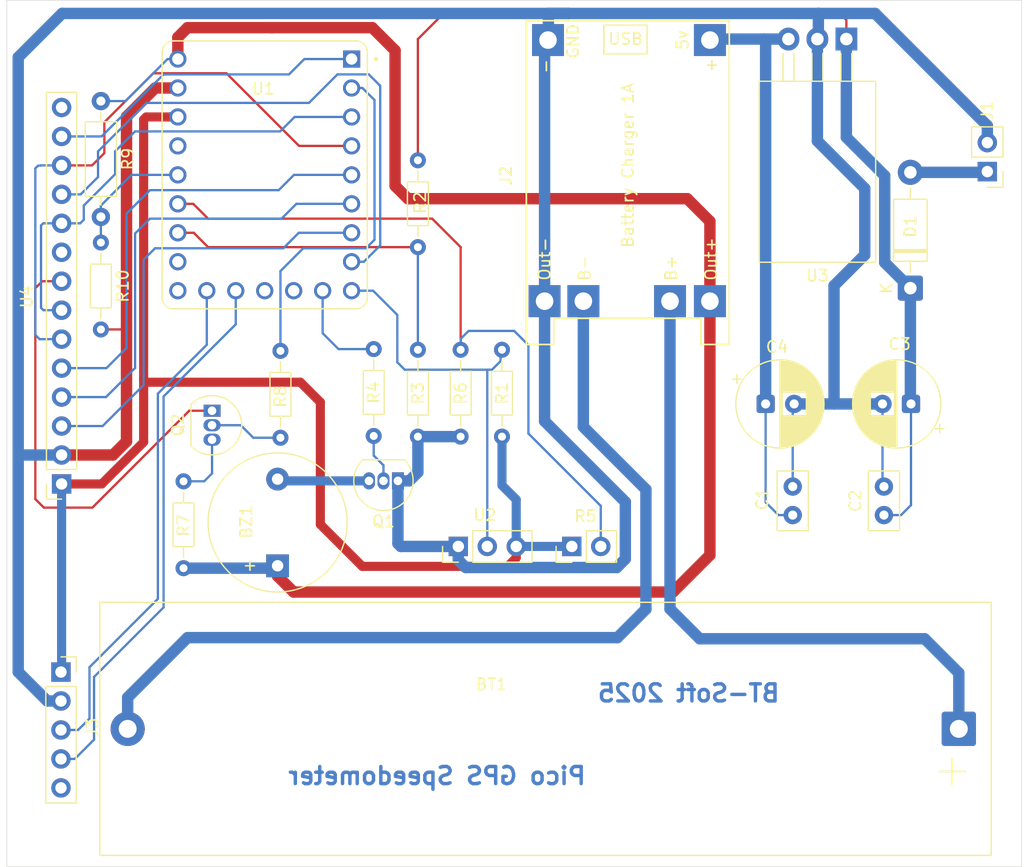
<source format=kicad_pcb>
(kicad_pcb (version 20241229) (generator "pcbnew") (generator_version "9.0")
  (title_block (title "Pico GPS Spedometer") (date "2025-08-16") (company "BT-Soft"))
  (layers (0 "F.Cu" signal) (2 "B.Cu" signal) (13 "F.Paste" user) (15 "B.Paste" user) (5 "F.SilkS" user "F.Silkscreen") (7 "B.SilkS" user "B.Silkscreen") (1 "F.Mask" user) (3 "B.Mask" user) (25 "Edge.Cuts" user))
  (net 0 "")
  (net 1 "Net-(BT1-1)")
  (net 2 "Net-(BT1-2)")
  (net 3 "+BATT")
  (net 4 "Net-(BZ1--)")
  (net 5 "+5V")
  (net 6 "GND")
  (net 7 "V-IN-MEAS")
  (net 9 "Net-(D1-A)")
  (net 10 "+3V3")
  (net 11 "GPS_TXD")
  (net 15 "GPS_RXD")
  (net 16 "Net-(Q1-B)")
  (net 17 "Net-(U1-GP8)")
  (net 19 "Net-(U1-GP28)")
  (net 20 "Net-(U1-GP27)")
  (net 22 "Net-(U1-GP26)")
  (net 23 "Net-(U1-GP9)")
  (net 24 "/MISO")
  (net 25 "/RST")
  (net 26 "/SCK")
  (net 27 "Net-(Q2-B)")
  (net 28 "/DC")
  (net 29 "/T_CS")
  (net 30 "/CS")
  (net 31 "/MOSI")
  (net 33 "Net-(Q2-E)")
  (net 34 "Net-(Q2-C)")
  (net 35 "Net-(U1-GP1)")
  (footprint "Battery:BatteryHolder_MPD_BK-18650-PC2" (layer "F.Cu") (at 135.75 86.4025 180)
    (property "Reference" "BT1" (at 41 3.9025 0) (layer "F.SilkS"))
    (property "Value" "BK-18650-PC2")
    (fp_text user "+" (at 0.57 -3.5 0) (layer "F.SilkS") (effects (font (size 3 3))))
    (pad "" np_thru_hole circle (at 8.445 0 180) (size 3.2 3.2) (drill 3.2) (layers "*.Cu" "*.Mask"))
    (pad "" np_thru_hole circle (at 64.055 0 180) (size 3.2 3.2) (drill 3.2) (layers "*.Cu" "*.Mask"))
    (pad "+" thru_hole roundrect (at 0 0 180) (size 3 3) (drill 1.57) (layers "*.Cu" "*.Mask") (roundrect_rratio 0.083333) (net 1 "Net-(BT1-1)"))
    (pad "-" thru_hole circle (at 72.9 0 180) (size 3 3) (drill 1.57) (layers "*.Cu" "*.Mask") (net 2 "Net-(BT1-2)"))
  )
  (footprint "Connector_PinHeader_2.54mm:PinHeader_1x03_P2.54mm_Vertical" (layer "F.Cu") (at 91.85 70.4025 90)
    (property "Reference" "U2" (at 2.75 2.33 180) (layer "F.SilkS"))
    (property "Value" "DS18B20")
    (pad "1" thru_hole rect (at 0 0 90) (size 1.7 1.7) (drill 1) (layers "*.Cu" "*.Mask") (net 6 "GND"))
    (pad "2" thru_hole circle (at 0 2.54 90) (size 1.7 1.7) (drill 1) (layers "*.Cu" "*.Mask") (net 17 "Net-(U1-GP8)"))
    (pad "3" thru_hole circle (at 0 5.08 90) (size 1.7 1.7) (drill 1) (layers "*.Cu" "*.Mask") (net 10 "+3V3"))
  )
  (footprint "Connector_PinSocket_2.54mm:PinSocket_1x05_P2.54mm_Vertical" (layer "F.Cu") (at 57 81.42)
    (property "Reference" "J3" (at 2.75 4.87 90) (layer "F.SilkS"))
    (property "Value" "uBlox NEO GPS (6M/8M)")
    (pad "1" thru_hole rect (at 0 0) (size 1.7 1.7) (drill 1) (layers "*.Cu" "*.Mask") (net 10 "+3V3"))
    (pad "2" thru_hole circle (at 0 2.54) (size 1.7 1.7) (drill 1) (layers "*.Cu" "*.Mask") (net 6 "GND"))
    (pad "3" thru_hole circle (at 0 5.08) (size 1.7 1.7) (drill 1) (layers "*.Cu" "*.Mask") (net 11 "GPS_TXD"))
    (pad "4" thru_hole circle (at 0 7.62) (size 1.7 1.7) (drill 1) (layers "*.Cu" "*.Mask") (net 15 "GPS_RXD"))
    (pad "5" thru_hole circle (at 0 10.16) (size 1.7 1.7) (drill 1) (layers "*.Cu" "*.Mask"))
  )
  (footprint "Package_TO_SOT_THT:TO-92_Inline" (layer "F.Cu") (at 70.25 58.5 -90)
    (property "Reference" "Q2" (at 1.25 3 90) (layer "F.SilkS"))
    (property "Value" "PN2222A")
    (pad "1" thru_hole rect (at 0 0 270) (size 1.05 1.5) (drill 0.75) (layers "*.Cu" "*.Mask") (net 33 "Net-(Q2-E)"))
    (pad "2" thru_hole oval (at 1.27 0 270) (size 1.05 1.5) (drill 0.75) (layers "*.Cu" "*.Mask") (net 27 "Net-(Q2-B)"))
    (pad "3" thru_hole oval (at 2.54 0 270) (size 1.05 1.5) (drill 0.75) (layers "*.Cu" "*.Mask") (net 34 "Net-(Q2-C)"))
  )
  (footprint "MountingHole:MountingHole_3.2mm_M3" (layer "F.Cu") (at 62 26.5)
    (property "Reference" "REF**" (hide yes))
    (property "Value" "MountingHole_3.2mm_M3" (hide yes))
    (pad "" np_thru_hole circle (at 0 0) (size 3.2 3.2) (drill 3.2) (layers "*.Cu" "*.Mask"))
  )
  (footprint "MountingHole:MountingHole_2.2mm_M2" (layer "F.Cu") (at 57 96)
    (property "Reference" "REF**" (hide yes))
    (property "Value" "MountingHole_2.2mm_M2" (hide yes))
    (pad "" np_thru_hole circle (at 0 0) (size 2.2 2.2) (drill 2.2) (layers "*.Cu" "*.Mask"))
  )
  (footprint "Package_TO_SOT_THT:TO-220-3_Horizontal_TabDown" (layer "F.Cu") (at 125.885 25.9025 180)
    (property "Reference" "U3" (at 2.54 -20.75 0) (layer "F.SilkS"))
    (property "Value" "LM7805_TO220")
    (pad "" np_thru_hole circle (at 2.54 -16.66 180) (size 3.5 3.5) (drill 3.5) (layers "*.Cu" "*.Mask"))
    (pad "1" thru_hole rect (at 0 0 180) (size 1.905 2) (drill 1.1) (layers "*.Cu" "*.Mask") (net 7 "V-IN-MEAS"))
    (pad "2" thru_hole oval (at 2.54 0 180) (size 1.905 2) (drill 1.1) (layers "*.Cu" "*.Mask") (net 6 "GND"))
    (pad "3" thru_hole oval (at 5.08 0 180) (size 1.905 2) (drill 1.1) (layers "*.Cu" "*.Mask") (net 5 "+5V"))
  )
  (footprint "MountingHole:MountingHole_2.2mm_M2" (layer "F.Cu") (at 130.5 72.25)
    (property "Reference" "REF**" (hide yes))
    (property "Value" "MountingHole_2.2mm_M2" (hide yes))
    (pad "" np_thru_hole circle (at 0 0) (size 2.2 2.2) (drill 2.2) (layers "*.Cu" "*.Mask"))
  )
  (footprint "Diode_THT:D_DO-41_SOD81_P10.16mm_Horizontal" (layer "F.Cu") (at 131.5 47.75 90)
    (property "Reference" "D1" (at 5.41 0 90) (layer "F.SilkS"))
    (property "Value" "1N4001")
    (fp_text user "K" (at 0 -2.1 90) (layer "F.SilkS"))
    (pad "1" thru_hole roundrect (at 0 0 90) (size 2.2 2.2) (drill 1.1) (layers "*.Cu" "*.Mask") (roundrect_rratio 0.113636) (net 7 "V-IN-MEAS"))
    (pad "2" thru_hole circle (at 10.16 0 90) (size 2.2 2.2) (drill 1.1) (layers "*.Cu" "*.Mask") (net 9 "Net-(D1-A)"))
  )
  (footprint "MountingHole:MountingHole_3.2mm_M3" (layer "F.Cu") (at 62 70.5)
    (property "Reference" "REF**" (hide yes))
    (property "Value" "MountingHole_3.2mm_M3" (hide yes))
    (pad "" np_thru_hole circle (at 0 0) (size 3.2 3.2) (drill 3.2) (layers "*.Cu" "*.Mask"))
  )
  (footprint "Resistor_THT:R_Axial_DIN0204_L3.6mm_D1.6mm_P7.62mm_Horizontal" (layer "F.Cu") (at 88.305 53.1525 -90)
    (property "Reference" "R3" (at 3.81 0 90) (layer "F.SilkS"))
    (property "Value" "4k7")
    (pad "1" thru_hole circle (at 0 0 270) (size 1.4 1.4) (drill 0.7) (layers "*.Cu" "*.Mask") (net 22 "Net-(U1-GP26)"))
    (pad "2" thru_hole circle (at 7.62 0 270) (size 1.4 1.4) (drill 0.7) (layers "*.Cu" "*.Mask") (net 6 "GND"))
  )
  (footprint "Capacitor_THT:CP_Radial_D7.5mm_P2.50mm" (layer "F.Cu") (at 118.805 57.9025)
    (property "Reference" "C4" (at 1 -5 0) (layer "F.SilkS"))
    (property "Value" "47uF")
    (pad "1" thru_hole roundrect (at 0 0) (size 1.6 1.6) (drill 0.8) (layers "*.Cu" "*.Mask") (roundrect_rratio 0.15625) (net 5 "+5V"))
    (pad "2" thru_hole circle (at 2.5 0) (size 1.6 1.6) (drill 0.8) (layers "*.Cu" "*.Mask") (net 6 "GND"))
  )
  (footprint "Connector_PinSocket_2.54mm:PinSocket_1x14_P2.54mm_Vertical" (layer "F.Cu") (at 57.055 64.9225 180)
    (property "Reference" "U4" (at 3.055 16.4225 90) (layer "F.SilkS"))
    (property "Value" "TFT_320x240")
    (pad "1" thru_hole rect (at 0 0 180) (size 1.7 1.7) (drill 1) (layers "*.Cu" "*.Mask") (net 10 "+3V3"))
    (pad "2" thru_hole circle (at 0 2.54 180) (size 1.7 1.7) (drill 1) (layers "*.Cu" "*.Mask") (net 6 "GND"))
    (pad "3" thru_hole circle (at 0 5.08 180) (size 1.7 1.7) (drill 1) (layers "*.Cu" "*.Mask") (net 30 "/CS"))
    (pad "4" thru_hole circle (at 0 7.62 180) (size 1.7 1.7) (drill 1) (layers "*.Cu" "*.Mask") (net 25 "/RST"))
    (pad "5" thru_hole circle (at 0 10.16 180) (size 1.7 1.7) (drill 1) (layers "*.Cu" "*.Mask") (net 28 "/DC"))
    (pad "6" thru_hole circle (at 0 12.7 180) (size 1.7 1.7) (drill 1) (layers "*.Cu" "*.Mask") (net 31 "/MOSI"))
    (pad "7" thru_hole circle (at 0 15.24 180) (size 1.7 1.7) (drill 1) (layers "*.Cu" "*.Mask") (net 26 "/SCK"))
    (pad "8" thru_hole circle (at 0 17.78 180) (size 1.7 1.7) (drill 1) (layers "*.Cu" "*.Mask") (net 33 "Net-(Q2-E)"))
    (pad "9" thru_hole circle (at 0 20.32 180) (size 1.7 1.7) (drill 1) (layers "*.Cu" "*.Mask"))
    (pad "10" thru_hole circle (at 0 22.86 180) (size 1.7 1.7) (drill 1) (layers "*.Cu" "*.Mask") (net 26 "/SCK"))
    (pad "11" thru_hole circle (at 0 25.4 180) (size 1.7 1.7) (drill 1) (layers "*.Cu" "*.Mask") (net 29 "/T_CS"))
    (pad "12" thru_hole circle (at 0 27.94 180) (size 1.7 1.7) (drill 1) (layers "*.Cu" "*.Mask") (net 31 "/MOSI"))
    (pad "13" thru_hole circle (at 0 30.48 180) (size 1.7 1.7) (drill 1) (layers "*.Cu" "*.Mask") (net 24 "/MISO"))
    (pad "14" thru_hole circle (at 0 33.02 180) (size 1.7 1.7) (drill 1) (layers "*.Cu" "*.Mask"))
  )
  (footprint "Resistor_THT:R_Axial_DIN0204_L3.6mm_D1.6mm_P7.62mm_Horizontal" (layer "F.Cu") (at 67.75 72.31 90)
    (property "Reference" "R7" (at 3.75 0 90) (layer "F.SilkS"))
    (property "Value" "510")
    (pad "1" thru_hole circle (at 0 0 90) (size 1.4 1.4) (drill 0.7) (layers "*.Cu" "*.Mask") (net 3 "+BATT"))
    (pad "2" thru_hole circle (at 7.62 0 90) (size 1.4 1.4) (drill 0.7) (layers "*.Cu" "*.Mask") (net 34 "Net-(Q2-C)"))
  )
  (footprint "Package_TO_SOT_THT:TO-92_Inline" (layer "F.Cu") (at 86.555 64.6525 180)
    (property "Reference" "Q1" (at 1.27 -3.56 0) (layer "F.SilkS"))
    (property "Value" "PN2222A")
    (pad "1" thru_hole rect (at 0 0 180) (size 1.05 1.5) (drill 0.75) (layers "*.Cu" "*.Mask") (net 6 "GND"))
    (pad "2" thru_hole oval (at 1.27 0 180) (size 1.05 1.5) (drill 0.75) (layers "*.Cu" "*.Mask") (net 16 "Net-(Q1-B)"))
    (pad "3" thru_hole oval (at 2.54 0 180) (size 1.05 1.5) (drill 0.75) (layers "*.Cu" "*.Mask") (net 4 "Net-(BZ1--)"))
  )
  (footprint "Resistor_THT:R_Axial_DIN0204_L3.6mm_D1.6mm_P7.62mm_Horizontal" (layer "F.Cu") (at 76.25 60.87 90)
    (property "Reference" "R8" (at 3.62 0 90) (layer "F.SilkS"))
    (property "Value" "4k7")
    (pad "1" thru_hole circle (at 0 0 90) (size 1.4 1.4) (drill 0.7) (layers "*.Cu" "*.Mask") (net 27 "Net-(Q2-B)"))
    (pad "2" thru_hole circle (at 7.62 0 90) (size 1.4 1.4) (drill 0.7) (layers "*.Cu" "*.Mask") (net 35 "Net-(U1-GP1)"))
  )
  (footprint "Resistor_THT:R_Axial_DIN0204_L3.6mm_D1.6mm_P7.62mm_Horizontal" (layer "F.Cu") (at 60.5 43.75 -90)
    (property "Reference" "R10" (at 3.81 -1.92 270) (layer "F.SilkS"))
    (property "Value" "10k")
    (pad "1" thru_hole circle (at 0 0 270) (size 1.4 1.4) (drill 0.7) (layers "*.Cu" "*.Mask") (net 19 "Net-(U1-GP28)"))
    (pad "2" thru_hole circle (at 7.62 0 270) (size 1.4 1.4) (drill 0.7) (layers "*.Cu" "*.Mask") (net 6 "GND"))
  )
  (footprint "Resistor_THT:R_Axial_DIN0204_L3.6mm_D1.6mm_P7.62mm_Horizontal" (layer "F.Cu") (at 84.43 53.0925 -90)
    (property "Reference" "R4" (at 3.81 0 90) (layer "F.SilkS"))
    (property "Value" "4k7")
    (pad "1" thru_hole circle (at 0 0 270) (size 1.4 1.4) (drill 0.7) (layers "*.Cu" "*.Mask") (net 23 "Net-(U1-GP9)"))
    (pad "2" thru_hole circle (at 7.62 0 270) (size 1.4 1.4) (drill 0.7) (layers "*.Cu" "*.Mask") (net 16 "Net-(Q1-B)"))
  )
  (footprint "Capacitor_THT:C_Disc_D5.0mm_W2.5mm_P2.50mm" (layer "F.Cu") (at 129.18 67.6525 90)
    (property "Reference" "C2" (at 1.25 -2.5 90) (layer "F.SilkS"))
    (property "Value" "100nF")
    (pad "1" thru_hole circle (at 0 0 90) (size 1.6 1.6) (drill 0.8) (layers "*.Cu" "*.Mask") (net 7 "V-IN-MEAS"))
    (pad "2" thru_hole circle (at 2.5 0 90) (size 1.6 1.6) (drill 0.8) (layers "*.Cu" "*.Mask") (net 6 "GND"))
  )
  (footprint "Connector_PinHeader_2.54mm:PinHeader_1x02_P2.54mm_Vertical" (layer "F.Cu") (at 101.805 70.4025 90)
    (property "Reference" "R5" (at 2.6525 1.195 180) (layer "F.SilkS"))
    (property "Value" "GL5516")
    (pad "1" thru_hole rect (at 0 0 90) (size 1.7 1.7) (drill 1) (layers "*.Cu" "*.Mask") (net 10 "+3V3"))
    (pad "2" thru_hole circle (at 0 2.54 90) (size 1.7 1.7) (drill 1) (layers "*.Cu" "*.Mask") (net 20 "Net-(U1-GP27)"))
  )
  (footprint "Connector_PinHeader_2.54mm:PinHeader_1x02_P2.54mm_Vertical" (layer "F.Cu") (at 138.25 37.525 180)
    (property "Reference" "J1" (at 0 5.3475 90) (layer "F.SilkS"))
    (property "Value" "Akkumulátor be")
    (pad "1" thru_hole rect (at 0 0 180) (size 1.7 1.7) (drill 1) (layers "*.Cu" "*.Mask") (net 9 "Net-(D1-A)"))
    (pad "2" thru_hole circle (at 0 2.54 180) (size 1.7 1.7) (drill 1) (layers "*.Cu" "*.Mask") (net 6 "GND"))
  )
  (footprint "MountingHole:MountingHole_3.2mm_M3" (layer "F.Cu") (at 138 26.5)
    (property "Reference" "REF**" (hide yes))
    (property "Value" "MountingHole_3.2mm_M3" (hide yes))
    (pad "" np_thru_hole circle (at 0 0) (size 3.2 3.2) (drill 3.2) (layers "*.Cu" "*.Mask"))
  )
  (footprint "MountingHole:MountingHole_3.2mm_M3" (layer "F.Cu") (at 138 70.5)
    (property "Reference" "REF**" (hide yes))
    (property "Value" "MountingHole_3.2mm_M3" (hide yes))
    (pad "" np_thru_hole circle (at 0 0) (size 3.2 3.2) (drill 3.2) (layers "*.Cu" "*.Mask"))
  )
  (footprint "Resistor_THT:R_Axial_DIN0207_L6.3mm_D2.5mm_P10.16mm_Horizontal" (layer "F.Cu") (at 60.5 31.34 -90)
    (property "Reference" "R9" (at 5.08 -2.37 270) (layer "F.SilkS"))
    (property "Value" "4k7")
    (pad "1" thru_hole circle (at 0 0 270) (size 1.6 1.6) (drill 0.8) (layers "*.Cu" "*.Mask") (net 3 "+BATT"))
    (pad "2" thru_hole circle (at 10.16 0 270) (size 1.6 1.6) (drill 0.8) (layers "*.Cu" "*.Mask") (net 19 "Net-(U1-GP28)"))
  )
  (footprint "Capacitor_THT:CP_Radial_D7.5mm_P2.50mm" (layer "F.Cu") (at 131.555 57.9025 180)
    (property "Reference" "C3" (at 1 5.25 0) (layer "F.SilkS"))
    (property "Value" "47uF")
    (pad "1" thru_hole roundrect (at 0 0 180) (size 1.6 1.6) (drill 0.8) (layers "*.Cu" "*.Mask") (roundrect_rratio 0.15625) (net 7 "V-IN-MEAS"))
    (pad "2" thru_hole circle (at 2.5 0 180) (size 1.6 1.6) (drill 0.8) (layers "*.Cu" "*.Mask") (net 6 "GND"))
  )
  (footprint "Buzzer_Beeper:Buzzer_12x9.5RM7.6" (layer "F.Cu") (at 76 72.1 90)
    (property "Reference" "BZ1" (at 3.85 -2.75 90) (layer "F.SilkS"))
    (property "Value" "Buzzer")
    (fp_text user "+" (at 0 -2.5 90) (layer "F.SilkS"))
    (pad "1" thru_hole rect (at 0 0 90) (size 2 2) (drill 1) (layers "*.Cu" "*.Mask") (net 3 "+BATT"))
    (pad "2" thru_hole circle (at 7.6 0 90) (size 2 2) (drill 1) (layers "*.Cu" "*.Mask") (net 4 "Net-(BZ1--)"))
  )
  (footprint "Module:MODULE_RP2040-ZERO" (layer "F.Cu") (at 74.87 37.8125)
    (property "Reference" "U1" (at -0.12 -7.5625 0) (layer "F.SilkS"))
    (property "Value" "RP2040-ZERO")
    (pad "1" thru_hole rect (at 7.62 -10.16) (size 1.508 1.508) (drill 1) (layers "*.Cu" "*.Mask") (net 24 "/MISO"))
    (pad "2" thru_hole circle (at 7.62 -7.62) (size 1.508 1.508) (drill 1) (layers "*.Cu" "*.Mask") (net 35 "Net-(U1-GP1)"))
    (pad "3" thru_hole circle (at 7.62 -5.08) (size 1.508 1.508) (drill 1) (layers "*.Cu" "*.Mask") (net 26 "/SCK"))
    (pad "4" thru_hole circle (at 7.62 -2.54) (size 1.508 1.508) (drill 1) (layers "*.Cu" "*.Mask") (net 31 "/MOSI"))
    (pad "5" thru_hole circle (at 7.62 0) (size 1.508 1.508) (drill 1) (layers "*.Cu" "*.Mask") (net 28 "/DC"))
    (pad "6" thru_hole circle (at 7.62 2.54) (size 1.508 1.508) (drill 1) (layers "*.Cu" "*.Mask") (net 25 "/RST"))
    (pad "7" thru_hole circle (at 7.62 5.08) (size 1.508 1.508) (drill 1) (layers "*.Cu" "*.Mask") (net 30 "/CS"))
    (pad "8" thru_hole circle (at 7.62 7.62) (size 1.508 1.508) (drill 1) (layers "*.Cu" "*.Mask") (net 29 "/T_CS"))
    (pad "9" thru_hole circle (at 7.62 10.16) (size 1.508 1.508) (drill 1) (layers "*.Cu" "*.Mask") (net 17 "Net-(U1-GP8)"))
    (pad "10" thru_hole circle (at 5.08 10.16) (size 1.508 1.508) (drill 1) (layers "*.Cu" "*.Mask") (net 23 "Net-(U1-GP9)"))
    (pad "11" thru_hole circle (at 2.54 10.16) (size 1.508 1.508) (drill 1) (layers "*.Cu" "*.Mask"))
    (pad "12" thru_hole circle (at 0 10.16) (size 1.508 1.508) (drill 1) (layers "*.Cu" "*.Mask"))
    (pad "13" thru_hole circle (at -2.54 10.16) (size 1.508 1.508) (drill 1) (layers "*.Cu" "*.Mask") (net 15 "GPS_RXD"))
    (pad "14" thru_hole circle (at -5.08 10.16) (size 1.508 1.508) (drill 1) (layers "*.Cu" "*.Mask") (net 11 "GPS_TXD"))
    (pad "15" thru_hole circle (at -7.62 10.16) (size 1.508 1.508) (drill 1) (layers "*.Cu" "*.Mask"))
    (pad "16" thru_hole circle (at -7.62 7.62) (size 1.508 1.508) (drill 1) (layers "*.Cu" "*.Mask"))
    (pad "17" thru_hole circle (at -7.62 5.08) (size 1.508 1.508) (drill 1) (layers "*.Cu" "*.Mask") (net 22 "Net-(U1-GP26)"))
    (pad "18" thru_hole circle (at -7.62 2.54) (size 1.508 1.508) (drill 1) (layers "*.Cu" "*.Mask") (net 20 "Net-(U1-GP27)"))
    (pad "19" thru_hole circle (at -7.62 0) (size 1.508 1.508) (drill 1) (layers "*.Cu" "*.Mask") (net 19 "Net-(U1-GP28)"))
    (pad "20" thru_hole circle (at -7.62 -2.54) (size 1.508 1.508) (drill 1) (layers "*.Cu" "*.Mask"))
    (pad "21" thru_hole circle (at -7.62 -5.08) (size 1.508 1.508) (drill 1) (layers "*.Cu" "*.Mask") (net 10 "+3V3"))
    (pad "22" thru_hole circle (at -7.62 -7.62) (size 1.508 1.508) (drill 1) (layers "*.Cu" "*.Mask") (net 6 "GND"))
    (pad "23" thru_hole circle (at -7.62 -10.16) (size 1.508 1.508) (drill 1) (layers "*.Cu" "*.Mask") (net 3 "+BATT"))
  )
  (footprint "Battery:TP4056-18650" (layer "F.Cu") (at 115.6175 24.29 -90)
    (property "Reference" "J2" (at 13.6 19.6 90) (layer "F.SilkS"))
    (property "Value" "TP4056-18650-Charger")
    (fp_text user "GND" (at 1.8 13.7 90) (layer "F.SilkS"))
    (fp_text user "Battery Charger 1A" (at 12.7 8.9 90) (layer "F.SilkS"))
    (fp_text user "5v" (at 1.7 4.1 90) (layer "F.SilkS"))
    (fp_text user "B-" (at 21.7 12.7 90) (layer "F.SilkS"))
    (fp_text user "Out-" (at 20.9 16.2 90) (layer "F.SilkS"))
    (fp_text user "-" (at 4 16.1175 90) (layer "F.SilkS"))
    (fp_text user "+" (at 3.9 1.6 90) (layer "F.SilkS"))
    (fp_text user "B+" (at 21.7 5.1 90) (layer "F.SilkS"))
    (fp_text user "USB" (at 1.6 9.1 0) (layer "F.SilkS"))
    (fp_text user "Out+" (at 20.9 1.6 90) (layer "F.SilkS"))
    (pad "1" thru_hole rect (at 1.7 1.7 270) (size 2.8 2.8) (drill 1.54) (layers "*.Cu" "*.Mask") (net 5 "+5V"))
    (pad "2" thru_hole rect (at 1.7 15.9 270) (size 2.8 2.8) (drill 1.54) (layers "*.Cu" "*.Mask") (net 6 "GND"))
    (pad "3" thru_hole rect (at 24.6 1.7 270) (size 2.8 2.8) (drill 1.54) (layers "*.Cu" "*.Mask") (net 3 "+BATT"))
    (pad "4" thru_hole rect (at 24.6 16.2 270) (size 2.8 2.8) (drill 1.54) (layers "*.Cu" "*.Mask") (net 6 "GND"))
    (pad "5" thru_hole rect (at 24.6 5.2 270) (size 2.8 2.8) (drill 1.54) (layers "*.Cu" "*.Mask") (net 1 "Net-(BT1-1)"))
    (pad "6" thru_hole rect (at 24.6 12.8 270) (size 2.8 2.8) (drill 1.54) (layers "*.Cu" "*.Mask") (net 2 "Net-(BT1-2)"))
  )
  (footprint "Resistor_THT:R_Axial_DIN0204_L3.6mm_D1.6mm_P7.62mm_Horizontal" (layer "F.Cu") (at 95.68 60.7725 90)
    (property "Reference" "R1" (at 3.81 0 90) (layer "F.SilkS"))
    (property "Value" "4k7")
    (pad "1" thru_hole circle (at 0 0 90) (size 1.4 1.4) (drill 0.7) (layers "*.Cu" "*.Mask") (net 10 "+3V3"))
    (pad "2" thru_hole circle (at 7.62 0 90) (size 1.4 1.4) (drill 0.7) (layers "*.Cu" "*.Mask") (net 17 "Net-(U1-GP8)"))
  )
  (footprint "Resistor_THT:R_Axial_DIN0204_L3.6mm_D1.6mm_P7.62mm_Horizontal" (layer "F.Cu") (at 88.305 36.5325 -90)
    (property "Reference" "R2" (at 3.7175 -0.195 90) (layer "F.SilkS"))
    (property "Value" "15k")
    (pad "1" thru_hole circle (at 0 0 270) (size 1.4 1.4) (drill 0.7) (layers "*.Cu" "*.Mask") (net 7 "V-IN-MEAS"))
    (pad "2" thru_hole circle (at 7.62 0 270) (size 1.4 1.4) (drill 0.7) (layers "*.Cu" "*.Mask") (net 22 "Net-(U1-GP26)"))
  )
  (footprint "Capacitor_THT:C_Disc_D5.0mm_W2.5mm_P2.50mm" (layer "F.Cu") (at 121.18 67.6525 90)
    (property "Reference" "C1" (at 1.4025 -2.68 90) (layer "F.SilkS"))
    (property "Value" "100nF")
    (pad "1" thru_hole circle (at 0 0 90) (size 1.6 1.6) (drill 0.8) (layers "*.Cu" "*.Mask") (net 5 "+5V"))
    (pad "2" thru_hole circle (at 2.5 0 90) (size 1.6 1.6) (drill 0.8) (layers "*.Cu" "*.Mask") (net 6 "GND"))
  )
  (footprint "Resistor_THT:R_Axial_DIN0204_L3.6mm_D1.6mm_P7.62mm_Horizontal" (layer "F.Cu") (at 92.055 53.1525 -90)
    (property "Reference" "R6" (at 3.81 0 90) (layer "F.SilkS"))
    (property "Value" "10k")
    (pad "1" thru_hole circle (at 0 0 270) (size 1.4 1.4) (drill 0.7) (layers "*.Cu" "*.Mask") (net 20 "Net-(U1-GP27)"))
    (pad "2" thru_hole circle (at 7.62 0 270) (size 1.4 1.4) (drill 0.7) (layers "*.Cu" "*.Mask") (net 6 "GND"))
  )
  (gr_line (start 78 55.75) (end 78 56) (stroke (width 0.2)) (layer "F.Cu") (net 10))
  (gr_rect (start 52.25 22.5) (end 141.25 98.5) (stroke (width 0.05)) (fill no) (layer "Edge.Cuts"))
  (gr_text "Pico GPS Speedometer" (at 103.18 91.4025 0) (layer "B.Cu") (effects (font (size 1.5 1.5) (thickness 0.3) (bold yes)) (justify left bottom mirror)))
  (gr_text "BT-Soft 2025" (at 120.18 84.1525 0) (layer "B.Cu") (effects (font (size 1.5 1.5) (thickness 0.3) (bold yes)) (justify left bottom mirror)))
  (segment (start 135.75 81.5) (end 135.75 86.4025) (width 1) (layer "B.Cu") (net 1))
  (segment (start 110.4175 75.89) (end 113.0275 78.5) (width 1) (layer "B.Cu") (net 1))
  (segment (start 113.0275 78.5) (end 132.75 78.5) (width 1) (layer "B.Cu") (net 1))
  (segment (start 110.4175 48.89) (end 110.4175 75.89) (width 1) (layer "B.Cu") (net 1))
  (segment (start 132.75 78.5) (end 135.75 81.5) (width 1) (layer "B.Cu") (net 1))
  (segment (start 105.805 78.4025) (end 68.0975 78.4025) (width 1) (layer "B.Cu") (net 2))
  (segment (start 102.8175 59.89) (end 102.805 59.9025) (width 0.2) (layer "B.Cu") (net 2))
  (segment (start 102.805 59.9025) (end 108.305 65.4025) (width 1) (layer "B.Cu") (net 2))
  (segment (start 68.0975 78.4025) (end 62.85 83.65) (width 1) (layer "B.Cu") (net 2))
  (segment (start 108.305 65.4025) (end 108.305 75.9025) (width 1) (layer "B.Cu") (net 2))
  (segment (start 102.8175 48.89) (end 102.8175 59.89) (width 1) (layer "B.Cu") (net 2))
  (segment (start 62.85 83.65) (end 62.85 86.4025) (width 1) (layer "B.Cu") (net 2))
  (segment (start 108.305 75.9025) (end 105.805 78.4025) (width 1) (layer "B.Cu") (net 2))
  (segment (start 113.9175 48.89) (end 113.9175 71.165) (width 1) (layer "F.Cu") (net 3))
  (segment (start 84.305 24.9025) (end 75.5 24.9025) (width 1) (layer "F.Cu") (net 3))
  (segment (start 113.9175 48.89) (end 113.9175 41.89) (width 1) (layer "F.Cu") (net 3))
  (segment (start 113.9175 41.89) (end 111.93 39.9025) (width 1) (layer "F.Cu") (net 3))
  (segment (start 68.0975 24.9025) (end 67.25 25.75) (width 1) (layer "F.Cu") (net 3))
  (segment (start 113.9175 71.165) (end 110.68 74.4025) (width 1) (layer "F.Cu") (net 3))
  (segment (start 111.93 39.9025) (end 87.43 39.9025) (width 1) (layer "F.Cu") (net 3))
  (segment (start 87.43 39.9025) (end 86.305 38.7775) (width 1) (layer "F.Cu") (net 3))
  (segment (start 77.4025 74.4025) (end 76 73) (width 1) (layer "F.Cu") (net 3))
  (segment (start 66.805 27.6525) (end 66.805 27.9025) (width 0.2) (layer "F.Cu") (net 3))
  (segment (start 75.5 24.9025) (end 68.0975 24.9025) (width 1) (layer "F.Cu") (net 3))
  (segment (start 86.305 38.7775) (end 86.305 26.9025) (width 1) (layer "F.Cu") (net 3))
  (segment (start 110.68 74.4025) (end 77.4025 74.4025) (width 1) (layer "F.Cu") (net 3))
  (segment (start 76 73) (end 76 72.1) (width 1) (layer "F.Cu") (net 3))
  (segment (start 67.25 25.75) (end 67.25 27.6525) (width 1) (layer "F.Cu") (net 3))
  (segment (start 86.305 26.9025) (end 84.305 24.9025) (width 1) (layer "F.Cu") (net 3))
  (segment (start 67.75 72.31) (end 75.79 72.31) (width 1) (layer "B.Cu") (net 3))
  (segment (start 62.66 31.34) (end 66.3475 27.6525) (width 0.2) (layer "B.Cu") (net 3))
  (segment (start 66.3475 27.6525) (end 67.25 27.6525) (width 0.2) (layer "B.Cu") (net 3))
  (segment (start 60.5 31.34) (end 62.66 31.34) (width 0.2) (layer "B.Cu") (net 3))
  (segment (start 75.79 72.31) (end 76 72.1) (width 0.2) (layer "B.Cu") (net 3))
  (segment (start 76.1525 64.6525) (end 76 64.5) (width 0.2) (layer "B.Cu") (net 4))
  (segment (start 75.355 64.6525) (end 75.305 64.7025) (width 0.2) (layer "B.Cu") (net 4))
  (segment (start 84.015 64.6525) (end 76.1525 64.6525) (width 0.8) (layer "B.Cu") (net 4))
  (segment (start 118.805 66.5275) (end 118.805 57.9025) (width 0.2) (layer "B.Cu") (net 5))
  (segment (start 120.805 25.9025) (end 118.68 25.9025) (width 1) (layer "B.Cu") (net 5))
  (segment (start 118.805 26.0275) (end 118.68 25.9025) (width 1) (layer "B.Cu") (net 5))
  (segment (start 121.18 67.6525) (end 119.93 67.6525) (width 0.2) (layer "B.Cu") (net 5))
  (segment (start 119.93 67.6525) (end 118.805 66.5275) (width 0.2) (layer "B.Cu") (net 5))
  (segment (start 114.005 25.9025) (end 113.9175 25.99) (width 0.2) (layer "B.Cu") (net 5))
  (segment (start 118.68 25.9025) (end 114.005 25.9025) (width 1) (layer "B.Cu") (net 5))
  (segment (start 118.805 57.9025) (end 118.805 26.0275) (width 1) (layer "B.Cu") (net 5))
  (segment (start 62.75 51.25) (end 62.75 32.7075) (width 1) (layer "F.Cu") (net 6))
  (segment (start 62.75 61.19295) (end 62.75 51.25) (width 1) (layer "F.Cu") (net 6))
  (segment (start 65.265 30.1925) (end 66.805 30.1925) (width 1) (layer "F.Cu") (net 6))
  (segment (start 62.75 32.7075) (end 65.265 30.1925) (width 1) (layer "F.Cu") (net 6))
  (segment (start 62.63 51.37) (end 60.5 51.37) (width 0.2) (layer "F.Cu") (net 6))
  (segment (start 62.75 51.25) (end 62.63 51.37) (width 0.2) (layer "F.Cu") (net 6))
  (segment (start 57.055 62.3825) (end 61.56045 62.3825) (width 1) (layer "F.Cu") (net 6))
  (segment (start 61.56045 62.3825) (end 62.75 61.19295) (width 1) (layer "F.Cu") (net 6))
  (segment (start 53.25 62.5) (end 53.3675 62.3825) (width 1) (layer "B.Cu") (net 6))
  (segment (start 99.75 25.9575) (end 99.7175 25.99) (width 1) (layer "B.Cu") (net 6))
  (segment (start 53.25 62.5) (end 53.25 81.412081) (width 1) (layer "B.Cu") (net 6))
  (segment (start 128.4035 23.6535) (end 138.25 33.5) (width 1) (layer "B.Cu") (net 6))
  (segment (start 121.18 58.0275) (end 121.305 57.9025) (width 0.2) (layer "B.Cu") (net 6))
  (segment (start 87.555 64.6525) (end 86.555 64.6525) (width 1) (layer "B.Cu") (net 6))
  (segment (start 106.5 66.5) (end 106.5 71.5) (width 1) (layer "B.Cu") (net 6))
  (segment (start 53.25 27.5) (end 53.25 62.5) (width 1) (layer "B.Cu") (net 6))
  (segment (start 99.93 25.7775) (end 99.7175 25.99) (width 1) (layer "B.Cu") (net 6))
  (segment (start 123.345 25.9025) (end 123.345 34.845) (width 1) (layer "B.Cu") (net 6))
  (segment (start 138.25 33.5) (end 138.25 34.985) (width 1) (layer "B.Cu") (net 6))
  (segment (start 53.3675 62.3825) (end 57.055 62.3825) (width 1) (layer "B.Cu") (net 6))
  (segment (start 67.3125 30.13) (end 67.25 30.1925) (width 0.2) (layer "B.Cu") (net 6))
  (segment (start 99.7175 25.99) (end 99.7175 24.99) (width 0.2) (layer "B.Cu") (net 6))
  (segment (start 123.43 25.8175) (end 123.43 23.6535) (width 1) (layer "B.Cu") (net 6))
  (segment (start 121.18 65.1525) (end 121.18 58.0275) (width 0.2) (layer "B.Cu") (net 6))
  (segment (start 86.805 70.4025) (end 86.555 70.1525) (width 1) (layer "B.Cu") (net 6))
  (segment (start 88.365 60.9025) (end 88.305 60.8425) (width 0.2) (layer "B.Cu") (net 6))
  (segment (start 123.345 25.9025) (end 123.43 25.8175) (width 1) (layer "B.Cu") (net 6))
  (segment (start 129.055 57.9025) (end 129.055 65.0275) (width 0.2) (layer "B.Cu") (net 6))
  (segment (start 123.345 34.845) (end 127.5 39) (width 1) (layer "B.Cu") (net 6))
  (segment (start 124.805 57.9025) (end 121.305 57.9025) (width 1) (layer "B.Cu") (net 6))
  (segment (start 106.5 71.5) (end 105.75 72.25) (width 1) (layer "B.Cu") (net 6))
  (segment (start 55.797919 83.96) (end 57 83.96) (width 1) (layer "B.Cu") (net 6))
  (segment (start 99.75 23.6535) (end 99.75 25.9575) (width 1) (layer "B.Cu") (net 6))
  (segment (start 99.4175 48.89) (end 99.4175 59.4175) (width 1) (layer "B.Cu") (net 6))
  (segment (start 57.0965 23.6535) (end 101.5 23.6535) (width 1) (layer "B.Cu") (net 6))
  (segment (start 127.5 39) (end 127.5 44.8325) (width 1) (layer "B.Cu") (net 6))
  (segment (start 88.305 63.9025) (end 88.305 60.8425) (width 1) (layer "B.Cu") (net 6))
  (segment (start 99.4175 26.29) (end 99.7175 25.99) (width 0.2) (layer "B.Cu") (net 6))
  (segment (start 127.5 44.8325) (end 124.805 47.5275) (width 1) (layer "B.Cu") (net 6))
  (segment (start 101.5 23.6535) (end 99.75 23.6535) (width 1) (layer "B.Cu") (net 6))
  (segment (start 99.4175 48.89) (end 99.4175 26.29) (width 1) (layer "B.Cu") (net 6))
  (segment (start 99.4175 59.4175) (end 106.5 66.5) (width 1) (layer "B.Cu") (net 6))
  (segment (start 124.805 47.5275) (end 124.805 57.9025) (width 1) (layer "B.Cu") (net 6))
  (segment (start 92.5 72.25) (end 91.85 71.6) (width 1) (layer "B.Cu") (net 6))
  (segment (start 53.25 81.412081) (end 55.797919 83.96) (width 1) (layer "B.Cu") (net 6))
  (segment (start 57.0965 23.6535) (end 53.25 27.5) (width 1) (layer "B.Cu") (net 6))
  (segment (start 87.555 64.6525) (end 88.305 63.9025) (width 1) (layer "B.Cu") (net 6))
  (segment (start 105.75 72.25) (end 92.5 72.25) (width 1) (layer "B.Cu") (net 6))
  (segment (start 123.43 23.6535) (end 101.5 23.6535) (width 1) (layer "B.Cu") (net 6))
  (segment (start 91.85 71.6) (end 91.85 70.4025) (width 1) (layer "B.Cu") (net 6))
  (segment (start 88.305 60.7725) (end 92.055 60.7725) (width 1) (layer "B.Cu") (net 6))
  (segment (start 86.555 70.1525) (end 86.555 64.6525) (width 1) (layer "B.Cu") (net 6))
  (segment (start 129.055 57.9025) (end 124.805 57.9025) (width 1) (layer "B.Cu") (net 6))
  (segment (start 123.43 23.6535) (end 128.4035 23.6535) (width 1) (layer "B.Cu") (net 6))
  (segment (start 129.055 65.0275) (end 129.18 65.1525) (width 0.2) (layer "B.Cu") (net 6))
  (segment (start 86.805 70.4025) (end 91.85 70.4025) (width 1) (layer "B.Cu") (net 6))
  (segment (start 125.885 24.2325) (end 125.305 23.6525) (width 0.2) (layer "F.Cu") (net 7))
  (segment (start 125.305 23.6525) (end 90.555 23.6525) (width 0.2) (layer "F.Cu") (net 7))
  (segment (start 125.885 25.9025) (end 125.885 24.2325) (width 0.2) (layer "F.Cu") (net 7))
  (segment (start 88.305 25.9025) (end 88.305 36.5325) (width 0.2) (layer "F.Cu") (net 7))
  (segment (start 90.555 23.6525) (end 88.305 25.9025) (width 0.2) (layer "F.Cu") (net 7))
  (segment (start 129.25 45.5) (end 131.5 47.75) (width 1) (layer "B.Cu") (net 7))
  (segment (start 125.885 25.9025) (end 125.885 34.521999) (width 1) (layer "B.Cu") (net 7))
  (segment (start 131.5 57.8475) (end 131.555 57.9025) (width 1) (layer "B.Cu") (net 7))
  (segment (start 131.555 66.7775) (end 131.555 57.9025) (width 0.2) (layer "B.Cu") (net 7))
  (segment (start 125.885 34.521999) (end 129.25 37.886999) (width 1) (layer "B.Cu") (net 7))
  (segment (start 131.5 47.75) (end 131.5 57.8475) (width 1) (layer "B.Cu") (net 7))
  (segment (start 129.18 67.6525) (end 130.68 67.6525) (width 0.2) (layer "B.Cu") (net 7))
  (segment (start 129.25 37.886999) (end 129.25 45.5) (width 1) (layer "B.Cu") (net 7))
  (segment (start 125.9825 26) (end 125.885 25.9025) (width 0.2) (layer "B.Cu") (net 7))
  (segment (start 130.68 67.6525) (end 131.555 66.7775) (width 0.2) (layer "B.Cu") (net 7))
  (segment (start 138.185 37.59) (end 138.25 37.525) (width 0.2) (layer "B.Cu") (net 9))
  (segment (start 131.5 37.59) (end 138.185 37.59) (width 1) (layer "B.Cu") (net 9))
  (segment (start 96.93 71.4025) (end 96.93 70.4025) (width 0.8) (layer "F.Cu") (net 10))
  (segment (start 64.25 32.9575) (end 64.475 32.7325) (width 0.8) (layer "F.Cu") (net 10))
  (segment (start 78 56) (end 64.5 56) (width 0.8) (layer "F.Cu") (net 10))
  (segment (start 64.475 32.7325) (end 66.805 32.7325) (width 0.8) (layer "F.Cu") (net 10))
  (segment (start 64.25 61.25) (end 64.25 55.75) (width 0.8) (layer "F.Cu") (net 10))
  (segment (start 60.5775 64.9225) (end 64.25 61.25) (width 0.8) (layer "F.Cu") (net 10))
  (segment (start 83.43 72.1525) (end 96.18 72.1525) (width 0.8) (layer "F.Cu") (net 10))
  (segment (start 64.25 55.75) (end 64.25 32.9575) (width 0.8) (layer "F.Cu") (net 10))
  (segment (start 96.18 72.1525) (end 96.93 71.4025) (width 0.8) (layer "F.Cu") (net 10))
  (segment (start 79.75 57.75) (end 79.75 68.4725) (width 0.8) (layer "F.Cu") (net 10))
  (segment (start 78 56) (end 79.75 57.75) (width 0.8) (layer "F.Cu") (net 10))
  (segment (start 79.75 68.4725) (end 83.43 72.1525) (width 0.8) (layer "F.Cu") (net 10))
  (segment (start 64.5 56) (end 64.25 55.75) (width 0.8) (layer "F.Cu") (net 10))
  (segment (start 57.055 64.9225) (end 60.5775 64.9225) (width 0.8) (layer "F.Cu") (net 10))
  (segment (start 96.93 70.4025) (end 96.93 66.29125) (width 0.8) (layer "B.Cu") (net 10))
  (segment (start 57.055 64.9225) (end 57.055 81.365) (width 0.8) (layer "B.Cu") (net 10))
  (segment (start 96.93 70.4025) (end 101.805 70.4025) (width 0.8) (layer "B.Cu") (net 10))
  (segment (start 57.055 81.365) (end 57 81.42) (width 0.8) (layer "B.Cu") (net 10))
  (segment (start 95.68 65.04125) (end 95.68 60.7725) (width 0.8) (layer "B.Cu") (net 10))
  (segment (start 66.805 32.6525) (end 66.555 32.4025) (width 0.2) (layer "B.Cu") (net 10))
  (segment (start 96.93 66.29125) (end 95.68 65.04125) (width 0.8) (layer "B.Cu") (net 10))
  (segment (start 66.805 32.7325) (end 66.805 32.6525) (width 0.2) (layer "B.Cu") (net 10))
  (segment (start 59.5 85.5) (end 59.5 81) (width 0.2) (layer "B.Cu") (net 11))
  (segment (start 58.5 86.5) (end 59.5 85.5) (width 0.2) (layer "B.Cu") (net 11))
  (segment (start 59.5 81) (end 65.5 75) (width 0.2) (layer "B.Cu") (net 11))
  (segment (start 57 86.5) (end 58.5 86.5) (width 0.2) (layer "B.Cu") (net 11))
  (segment (start 65.5 57) (end 69.79 52.71) (width 0.2) (layer "B.Cu") (net 11))
  (segment (start 69.305 48.0125) (end 69.345 47.9725) (width 0.2) (layer "B.Cu") (net 11))
  (segment (start 69.79 52.71) (end 69.79 47.9725) (width 0.2) (layer "B.Cu") (net 11))
  (segment (start 65.5 75) (end 65.5 57) (width 0.2) (layer "B.Cu") (net 11))
  (segment (start 66 75.75) (end 66 57.25) (width 0.2) (layer "B.Cu") (net 15))
  (segment (start 57 89.04) (end 58.21 89.04) (width 0.2) (layer "B.Cu") (net 15))
  (segment (start 59.901 81.849) (end 66 75.75) (width 0.2) (layer "B.Cu") (net 15))
  (segment (start 72.33 50.92) (end 72.33 47.9725) (width 0.2) (layer "B.Cu") (net 15))
  (segment (start 58.21 89.04) (end 59.901 87.349) (width 0.2) (layer "B.Cu") (net 15))
  (segment (start 59.901 87.349) (end 59.901 81.849) (width 0.2) (layer "B.Cu") (net 15))
  (segment (start 66 57.25) (end 72.33 50.92) (width 0.2) (layer "B.Cu") (net 15))
  (segment (start 84.43 62.43) (end 84.43 60.7125) (width 0.2) (layer "B.Cu") (net 16))
  (segment (start 85.305 64.6325) (end 85.285 64.6525) (width 0.2) (layer "B.Cu") (net 16))
  (segment (start 85.285 64.6525) (end 85.285 63.285) (width 0.2) (layer "B.Cu") (net 16))
  (segment (start 85.285 63.285) (end 84.43 62.43) (width 0.2) (layer "B.Cu") (net 16))
  (segment (start 86.5 50.0975) (end 84.375 47.9725) (width 0.2) (layer "B.Cu") (net 17))
  (segment (start 94.805 54.9025) (end 87.1525 54.9025) (width 0.2) (layer "B.Cu") (net 17))
  (segment (start 94.39 70.4025) (end 94.39 55.0125) (width 0.2) (layer "B.Cu") (net 17))
  (segment (start 95.555 53.3425) (end 95.555 54.1525) (width 0.2) (layer "B.Cu") (net 17))
  (segment (start 87.1525 54.9025) (end 86.5 54.25) (width 0.2) (layer "B.Cu") (net 17))
  (segment (start 84.375 47.9725) (end 82.49 47.9725) (width 0.2) (layer "B.Cu") (net 17))
  (segment (start 95.555 54.1525) (end 94.805 54.9025) (width 0.2) (layer "B.Cu") (net 17))
  (segment (start 86.5 54.25) (end 86.5 50.0975) (width 0.2) (layer "B.Cu") (net 17))
  (segment (start 60.5 40.5) (end 63.1875 37.8125) (width 0.2) (layer "B.Cu") (net 19))
  (segment (start 63.1875 37.8125) (end 67.25 37.8125) (width 0.2) (layer "B.Cu") (net 19))
  (segment (start 60.5 41.5) (end 60.5 43.75) (width 0.2) (layer "B.Cu") (net 19))
  (segment (start 60.5 41.91) (end 60.5 40.5) (width 0.2) (layer "B.Cu") (net 19))
  (segment (start 68.6025 40.3525) (end 69.9025 41.6525) (width 0.2) (layer "F.Cu") (net 20))
  (segment (start 68.6025 40.3525) (end 67.25 40.3525) (width 0.2) (layer "F.Cu") (net 20))
  (segment (start 104.305 70.3625) (end 104.345 70.4025) (width 0.2) (layer "F.Cu") (net 20))
  (segment (start 69.9025 41.6525) (end 89.555 41.6525) (width 0.2) (layer "F.Cu") (net 20))
  (segment (start 89.555 41.6525) (end 92.055 44.1525) (width 0.2) (layer "F.Cu") (net 20))
  (segment (start 92.055 53.1525) (end 92.055 44.1525) (width 0.2) (layer "F.Cu") (net 20))
  (segment (start 96.75 51.5) (end 92.75 51.5) (width 0.2) (layer "B.Cu") (net 20))
  (segment (start 98 52.75) (end 96.75 51.5) (width 0.2) (layer "B.Cu") (net 20))
  (segment (start 92.75 51.5) (end 92.055 52.195) (width 0.2) (layer "B.Cu") (net 20))
  (segment (start 92.055 52.195) (end 92.055 53.1525) (width 0.2) (layer "B.Cu") (net 20))
  (segment (start 98 60.5) (end 98 52.75) (width 0.2) (layer "B.Cu") (net 20))
  (segment (start 104.345 70.4025) (end 104.345 66.845) (width 0.2) (layer "B.Cu") (net 20))
  (segment (start 104.345 66.845) (end 98 60.5) (width 0.2) (layer "B.Cu") (net 20))
  (segment (start 68.6425 42.8925) (end 67.25 42.8925) (width 0.2) (layer "F.Cu") (net 22))
  (segment (start 68.6425 42.8925) (end 69.9025 44.1525) (width 0.2) (layer "F.Cu") (net 22))
  (segment (start 69.9025 44.1525) (end 88.305 44.1525) (width 0.2) (layer "F.Cu") (net 22))
  (segment (start 88.305 44.1525) (end 88.305 53.1525) (width 0.2) (layer "B.Cu") (net 22))
  (segment (start 79.95 51.7) (end 79.95 47.9725) (width 0.2) (layer "B.Cu") (net 23))
  (segment (start 81.3425 53.0925) (end 79.95 51.7) (width 0.2) (layer "B.Cu") (net 23))
  (segment (start 84.43 53.0925) (end 81.3425 53.0925) (width 0.2) (layer "B.Cu") (net 23))
  (segment (start 57.055 34.4425) (end 60.5575 34.4425) (width 0.2) (layer "B.Cu") (net 24))
  (segment (start 78.3475 27.6525) (end 82.49 27.6525) (width 0.2) (layer "B.Cu") (net 24))
  (segment (start 60.5575 34.4425) (end 66 29) (width 0.2) (layer "B.Cu") (net 24))
  (segment (start 66 29) (end 77 29) (width 0.2) (layer "B.Cu") (net 24))
  (segment (start 77 29) (end 78.3475 27.6525) (width 0.2) (layer "B.Cu") (net 24))
  (segment (start 82.045 40.3525) (end 77.6475 40.3525) (width 0.2) (layer "B.Cu") (net 25))
  (segment (start 76.3475 41.6525) (end 64.805 41.6525) (width 0.2) (layer "B.Cu") (net 25))
  (segment (start 77.6475 40.3525) (end 76.3475 41.6525) (width 0.2) (layer "B.Cu") (net 25))
  (segment (start 63.5 42.9575) (end 63.5 54.75) (width 0.2) (layer "B.Cu") (net 25))
  (segment (start 64.805 41.6525) (end 63.5 42.9575) (width 0.2) (layer "B.Cu") (net 25))
  (segment (start 63.5 54.75) (end 60.9475 57.3025) (width 0.2) (layer "B.Cu") (net 25))
  (segment (start 60.9475 57.3025) (end 57.055 57.3025) (width 0.2) (layer "B.Cu") (net 25))
  (segment (start 58.6875 42.0625) (end 59 41.75) (width 0.2) (layer "B.Cu") (net 26))
  (segment (start 77.490977 32.7325) (end 82.045 32.7325) (width 0.2) (layer "B.Cu") (net 26))
  (segment (start 59 41.75) (end 59 40.5) (width 0.2) (layer "B.Cu") (net 26))
  (segment (start 76.223477 34) (end 77.490977 32.7325) (width 0.2) (layer "B.Cu") (net 26))
  (segment (start 55.4375 42.0625) (end 57.055 42.0625) (width 0.2) (layer "B.Cu") (net 26))
  (segment (start 63.5 34) (end 76.223477 34) (width 0.2) (layer "B.Cu") (net 26))
  (segment (start 55.25 49.4725) (end 55.25 42.25) (width 0.2) (layer "B.Cu") (net 26))
  (segment (start 55.25 42.25) (end 55.4375 42.0625) (width 0.2) (layer "B.Cu") (net 26))
  (segment (start 57.055 42.0625) (end 58.6875 42.0625) (width 0.2) (layer "B.Cu") (net 26))
  (segment (start 61.75 35.75) (end 63.5 34) (width 0.2) (layer "B.Cu") (net 26))
  (segment (start 57.055 42.0625) (end 57.055 41.945) (width 0.2) (layer "B.Cu") (net 26))
  (segment (start 59 40.5) (end 61.75 37.75) (width 0.2) (layer "B.Cu") (net 26))
  (segment (start 55.46 49.6825) (end 55.25 49.4725) (width 0.2) (layer "B.Cu") (net 26))
  (segment (start 61.75 37.75) (end 61.75 35.75) (width 0.2) (layer "B.Cu") (net 26))
  (segment (start 57.055 49.6825) (end 55.46 49.6825) (width 0.2) (layer "B.Cu") (net 26))
  (segment (start 72.77 59.77) (end 70.25 59.77) (width 0.2) (layer "B.Cu") (net 27))
  (segment (start 73.87 60.87) (end 72.77 59.77) (width 0.2) (layer "B.Cu") (net 27))
  (segment (start 76.25 60.87) (end 73.87 60.87) (width 0.2) (layer "B.Cu") (net 27))
  (segment (start 82.045 37.8125) (end 77.4375 37.8125) (width 0.2) (layer "B.Cu") (net 28))
  (segment (start 76.0975 39.1525) (end 64.805 39.1525) (width 0.2) (layer "B.Cu") (net 28))
  (segment (start 62.75 53) (end 60.9875 54.7625) (width 0.2) (layer "B.Cu") (net 28))
  (segment (start 62.75 41.2075) (end 62.75 53) (width 0.2) (layer "B.Cu") (net 28))
  (segment (start 77.4375 37.8125) (end 76.0975 39.1525) (width 0.2) (layer "B.Cu") (net 28))
  (segment (start 64.805 39.1525) (end 62.75 41.2075) (width 0.2) (layer "B.Cu") (net 28))
  (segment (start 60.9875 54.7625) (end 57.055 54.7625) (width 0.2) (layer "B.Cu") (net 28))
  (segment (start 83.5675 45.4325) (end 85 44) (width 0.2) (layer "B.Cu") (net 29))
  (segment (start 60.25 35.75) (end 60.25 38) (width 0.2) (layer "B.Cu") (net 29))
  (segment (start 85 44) (end 85 30) (width 0.2) (layer "B.Cu") (net 29))
  (segment (start 64.5 31.5) (end 60.25 35.75) (width 0.2) (layer "B.Cu") (net 29))
  (segment (start 82.49 45.4325) (end 83.5675 45.4325) (width 0.2) (layer "B.Cu") (net 29))
  (segment (start 78.75 31.5) (end 64.5 31.5) (width 0.2) (layer "B.Cu") (net 29))
  (segment (start 84 29) (end 81.25 29) (width 0.2) (layer "B.Cu") (net 29))
  (segment (start 81.25 29) (end 78.75 31.5) (width 0.2) (layer "B.Cu") (net 29))
  (segment (start 58.7275 39.5225) (end 57.055 39.5225) (width 0.2) (layer "B.Cu") (net 29))
  (segment (start 85 30) (end 84 29) (width 0.2) (layer "B.Cu") (net 29))
  (segment (start 60.25 38) (end 58.7275 39.5225) (width 0.2) (layer "B.Cu") (net 29))
  (segment (start 65.25 44.25) (end 64.25 45.25) (width 0.2) (layer "B.Cu") (net 30))
  (segment (start 76.5 44.25) (end 65.25 44.25) (width 0.2) (layer "B.Cu") (net 30))
  (segment (start 82.045 42.8925) (end 77.8575 42.8925) (width 0.2) (layer "B.Cu") (net 30))
  (segment (start 64.25 45.25) (end 64.25 56.25) (width 0.2) (layer "B.Cu") (net 30))
  (segment (start 77.8575 42.8925) (end 76.5 44.25) (width 0.2) (layer "B.Cu") (net 30))
  (segment (start 60.6575 59.8425) (end 57.055 59.8425) (width 0.2) (layer "B.Cu") (net 30))
  (segment (start 64.25 56.25) (end 60.6575 59.8425) (width 0.2) (layer "B.Cu") (net 30))
  (segment (start 71.513126 28.9025) (end 77.883126 35.2725) (width 0.2) (layer "F.Cu") (net 31))
  (segment (start 65.0975 28.9025) (end 71.513126 28.9025) (width 0.2) (layer "F.Cu") (net 31))
  (segment (start 57.055 36.9825) (end 59.725 36.9825) (width 0.2) (layer "F.Cu") (net 31))
  (segment (start 77.883126 35.2725) (end 82.045 35.2725) (width 0.2) (layer "F.Cu") (net 31))
  (segment (start 60.805 33.195) (end 65.0975 28.9025) (width 0.2) (layer "F.Cu") (net 31))
  (segment (start 59.725 36.9825) (end 60.805 35.9025) (width 0.2) (layer "F.Cu") (net 31))
  (segment (start 60.805 35.9025) (end 60.805 33.195) (width 0.2) (layer "F.Cu") (net 31))
  (segment (start 54.75 51.8475) (end 55.125 52.2225) (width 0.2) (layer "B.Cu") (net 31))
  (segment (start 55.225 36.9825) (end 55.2075 37) (width 0.2) (layer "B.Cu") (net 31))
  (segment (start 54.75 37.25) (end 54.75 51.8475) (width 0.2) (layer "B.Cu") (net 31))
  (segment (start 57.055 36.9825) (end 55.225 36.9825) (width 0.2) (layer "B.Cu") (net 31))
  (segment (start 55.2075 37) (end 55 37) (width 0.2) (layer "B.Cu") (net 31))
  (segment (start 55.125 52.2225) (end 57.055 52.2225) (width 0.2) (layer "B.Cu") (net 31))
  (segment (start 55 37) (end 54.75 37.25) (width 0.2) (layer "B.Cu") (net 31))
  (segment (start 54.75 47.75) (end 55.3575 47.1425) (width 0.2) (layer "F.Cu") (net 33))
  (segment (start 55.5 67) (end 54.75 66.25) (width 0.2) (layer "F.Cu") (net 33))
  (segment (start 55.3575 47.1425) (end 57.055 47.1425) (width 0.2) (layer "F.Cu") (net 33))
  (segment (start 68.25 58.5) (end 59.75 67) (width 0.2) (layer "F.Cu") (net 33))
  (segment (start 70.25 58.5) (end 68.25 58.5) (width 0.2) (layer "F.Cu") (net 33))
  (segment (start 59.75 67) (end 55.5 67) (width 0.2) (layer "F.Cu") (net 33))
  (segment (start 54.75 66.25) (end 54.75 47.75) (width 0.2) (layer "F.Cu") (net 33))
  (segment (start 69.56 64.69) (end 67.75 64.69) (width 0.2) (layer "B.Cu") (net 34))
  (segment (start 70.25 64) (end 69.56 64.69) (width 0.2) (layer "B.Cu") (net 34))
  (segment (start 70.25 61.04) (end 70.25 64) (width 0.2) (layer "B.Cu") (net 34))
  (segment (start 83.4425 30.1925) (end 82.49 30.1925) (width 0.2) (layer "B.Cu") (net 35))
  (segment (start 83.75 44.25) (end 84.5 43.5) (width 0.2) (layer "B.Cu") (net 35))
  (segment (start 84.5 31.25) (end 83.4425 30.1925) (width 0.2) (layer "B.Cu") (net 35))
  (segment (start 84.5 43.5) (end 84.5 31.25) (width 0.2) (layer "B.Cu") (net 35))
  (segment (start 78.25 44.25) (end 83.75 44.25) (width 0.2) (layer "B.Cu") (net 35))
  (segment (start 76.25 46.25) (end 78.25 44.25) (width 0.2) (layer "B.Cu") (net 35))
  (segment (start 76.25 53.25) (end 76.25 46.25) (width 0.2) (layer "B.Cu") (net 35))
)
</source>
